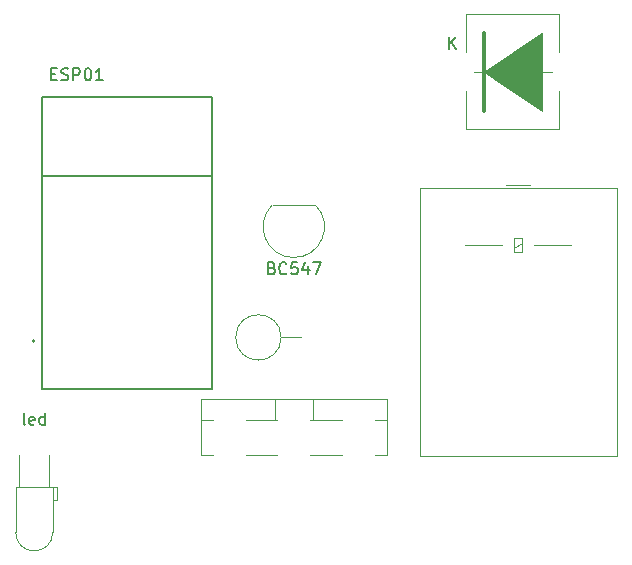
<source format=gbr>
%TF.GenerationSoftware,KiCad,Pcbnew,8.0.1*%
%TF.CreationDate,2024-09-13T19:12:22+01:00*%
%TF.ProjectId,switch,73776974-6368-42e6-9b69-6361645f7063,rev?*%
%TF.SameCoordinates,Original*%
%TF.FileFunction,Legend,Top*%
%TF.FilePolarity,Positive*%
%FSLAX46Y46*%
G04 Gerber Fmt 4.6, Leading zero omitted, Abs format (unit mm)*
G04 Created by KiCad (PCBNEW 8.0.1) date 2024-09-13 19:12:22*
%MOMM*%
%LPD*%
G01*
G04 APERTURE LIST*
%ADD10C,0.150000*%
%ADD11C,0.120000*%
%ADD12C,0.300000*%
%ADD13C,0.100000*%
%ADD14C,0.127000*%
%ADD15C,0.200000*%
G04 APERTURE END LIST*
D10*
X125258095Y-100894819D02*
X125162857Y-100847200D01*
X125162857Y-100847200D02*
X125115238Y-100751961D01*
X125115238Y-100751961D02*
X125115238Y-99894819D01*
X126020000Y-100847200D02*
X125924762Y-100894819D01*
X125924762Y-100894819D02*
X125734286Y-100894819D01*
X125734286Y-100894819D02*
X125639048Y-100847200D01*
X125639048Y-100847200D02*
X125591429Y-100751961D01*
X125591429Y-100751961D02*
X125591429Y-100371009D01*
X125591429Y-100371009D02*
X125639048Y-100275771D01*
X125639048Y-100275771D02*
X125734286Y-100228152D01*
X125734286Y-100228152D02*
X125924762Y-100228152D01*
X125924762Y-100228152D02*
X126020000Y-100275771D01*
X126020000Y-100275771D02*
X126067619Y-100371009D01*
X126067619Y-100371009D02*
X126067619Y-100466247D01*
X126067619Y-100466247D02*
X125591429Y-100561485D01*
X126924762Y-100894819D02*
X126924762Y-99894819D01*
X126924762Y-100847200D02*
X126829524Y-100894819D01*
X126829524Y-100894819D02*
X126639048Y-100894819D01*
X126639048Y-100894819D02*
X126543810Y-100847200D01*
X126543810Y-100847200D02*
X126496191Y-100799580D01*
X126496191Y-100799580D02*
X126448572Y-100704342D01*
X126448572Y-100704342D02*
X126448572Y-100418628D01*
X126448572Y-100418628D02*
X126496191Y-100323390D01*
X126496191Y-100323390D02*
X126543810Y-100275771D01*
X126543810Y-100275771D02*
X126639048Y-100228152D01*
X126639048Y-100228152D02*
X126829524Y-100228152D01*
X126829524Y-100228152D02*
X126924762Y-100275771D01*
X161158095Y-69054819D02*
X161158095Y-68054819D01*
X161729523Y-69054819D02*
X161300952Y-68483390D01*
X161729523Y-68054819D02*
X161158095Y-68626247D01*
X146142857Y-87631009D02*
X146285714Y-87678628D01*
X146285714Y-87678628D02*
X146333333Y-87726247D01*
X146333333Y-87726247D02*
X146380952Y-87821485D01*
X146380952Y-87821485D02*
X146380952Y-87964342D01*
X146380952Y-87964342D02*
X146333333Y-88059580D01*
X146333333Y-88059580D02*
X146285714Y-88107200D01*
X146285714Y-88107200D02*
X146190476Y-88154819D01*
X146190476Y-88154819D02*
X145809524Y-88154819D01*
X145809524Y-88154819D02*
X145809524Y-87154819D01*
X145809524Y-87154819D02*
X146142857Y-87154819D01*
X146142857Y-87154819D02*
X146238095Y-87202438D01*
X146238095Y-87202438D02*
X146285714Y-87250057D01*
X146285714Y-87250057D02*
X146333333Y-87345295D01*
X146333333Y-87345295D02*
X146333333Y-87440533D01*
X146333333Y-87440533D02*
X146285714Y-87535771D01*
X146285714Y-87535771D02*
X146238095Y-87583390D01*
X146238095Y-87583390D02*
X146142857Y-87631009D01*
X146142857Y-87631009D02*
X145809524Y-87631009D01*
X147380952Y-88059580D02*
X147333333Y-88107200D01*
X147333333Y-88107200D02*
X147190476Y-88154819D01*
X147190476Y-88154819D02*
X147095238Y-88154819D01*
X147095238Y-88154819D02*
X146952381Y-88107200D01*
X146952381Y-88107200D02*
X146857143Y-88011961D01*
X146857143Y-88011961D02*
X146809524Y-87916723D01*
X146809524Y-87916723D02*
X146761905Y-87726247D01*
X146761905Y-87726247D02*
X146761905Y-87583390D01*
X146761905Y-87583390D02*
X146809524Y-87392914D01*
X146809524Y-87392914D02*
X146857143Y-87297676D01*
X146857143Y-87297676D02*
X146952381Y-87202438D01*
X146952381Y-87202438D02*
X147095238Y-87154819D01*
X147095238Y-87154819D02*
X147190476Y-87154819D01*
X147190476Y-87154819D02*
X147333333Y-87202438D01*
X147333333Y-87202438D02*
X147380952Y-87250057D01*
X148285714Y-87154819D02*
X147809524Y-87154819D01*
X147809524Y-87154819D02*
X147761905Y-87631009D01*
X147761905Y-87631009D02*
X147809524Y-87583390D01*
X147809524Y-87583390D02*
X147904762Y-87535771D01*
X147904762Y-87535771D02*
X148142857Y-87535771D01*
X148142857Y-87535771D02*
X148238095Y-87583390D01*
X148238095Y-87583390D02*
X148285714Y-87631009D01*
X148285714Y-87631009D02*
X148333333Y-87726247D01*
X148333333Y-87726247D02*
X148333333Y-87964342D01*
X148333333Y-87964342D02*
X148285714Y-88059580D01*
X148285714Y-88059580D02*
X148238095Y-88107200D01*
X148238095Y-88107200D02*
X148142857Y-88154819D01*
X148142857Y-88154819D02*
X147904762Y-88154819D01*
X147904762Y-88154819D02*
X147809524Y-88107200D01*
X147809524Y-88107200D02*
X147761905Y-88059580D01*
X149190476Y-87488152D02*
X149190476Y-88154819D01*
X148952381Y-87107200D02*
X148714286Y-87821485D01*
X148714286Y-87821485D02*
X149333333Y-87821485D01*
X149619048Y-87154819D02*
X150285714Y-87154819D01*
X150285714Y-87154819D02*
X149857143Y-88154819D01*
X127472143Y-71196009D02*
X127805476Y-71196009D01*
X127948333Y-71719819D02*
X127472143Y-71719819D01*
X127472143Y-71719819D02*
X127472143Y-70719819D01*
X127472143Y-70719819D02*
X127948333Y-70719819D01*
X128329286Y-71672200D02*
X128472143Y-71719819D01*
X128472143Y-71719819D02*
X128710238Y-71719819D01*
X128710238Y-71719819D02*
X128805476Y-71672200D01*
X128805476Y-71672200D02*
X128853095Y-71624580D01*
X128853095Y-71624580D02*
X128900714Y-71529342D01*
X128900714Y-71529342D02*
X128900714Y-71434104D01*
X128900714Y-71434104D02*
X128853095Y-71338866D01*
X128853095Y-71338866D02*
X128805476Y-71291247D01*
X128805476Y-71291247D02*
X128710238Y-71243628D01*
X128710238Y-71243628D02*
X128519762Y-71196009D01*
X128519762Y-71196009D02*
X128424524Y-71148390D01*
X128424524Y-71148390D02*
X128376905Y-71100771D01*
X128376905Y-71100771D02*
X128329286Y-71005533D01*
X128329286Y-71005533D02*
X128329286Y-70910295D01*
X128329286Y-70910295D02*
X128376905Y-70815057D01*
X128376905Y-70815057D02*
X128424524Y-70767438D01*
X128424524Y-70767438D02*
X128519762Y-70719819D01*
X128519762Y-70719819D02*
X128757857Y-70719819D01*
X128757857Y-70719819D02*
X128900714Y-70767438D01*
X129329286Y-71719819D02*
X129329286Y-70719819D01*
X129329286Y-70719819D02*
X129710238Y-70719819D01*
X129710238Y-70719819D02*
X129805476Y-70767438D01*
X129805476Y-70767438D02*
X129853095Y-70815057D01*
X129853095Y-70815057D02*
X129900714Y-70910295D01*
X129900714Y-70910295D02*
X129900714Y-71053152D01*
X129900714Y-71053152D02*
X129853095Y-71148390D01*
X129853095Y-71148390D02*
X129805476Y-71196009D01*
X129805476Y-71196009D02*
X129710238Y-71243628D01*
X129710238Y-71243628D02*
X129329286Y-71243628D01*
X130519762Y-70719819D02*
X130615000Y-70719819D01*
X130615000Y-70719819D02*
X130710238Y-70767438D01*
X130710238Y-70767438D02*
X130757857Y-70815057D01*
X130757857Y-70815057D02*
X130805476Y-70910295D01*
X130805476Y-70910295D02*
X130853095Y-71100771D01*
X130853095Y-71100771D02*
X130853095Y-71338866D01*
X130853095Y-71338866D02*
X130805476Y-71529342D01*
X130805476Y-71529342D02*
X130757857Y-71624580D01*
X130757857Y-71624580D02*
X130710238Y-71672200D01*
X130710238Y-71672200D02*
X130615000Y-71719819D01*
X130615000Y-71719819D02*
X130519762Y-71719819D01*
X130519762Y-71719819D02*
X130424524Y-71672200D01*
X130424524Y-71672200D02*
X130376905Y-71624580D01*
X130376905Y-71624580D02*
X130329286Y-71529342D01*
X130329286Y-71529342D02*
X130281667Y-71338866D01*
X130281667Y-71338866D02*
X130281667Y-71100771D01*
X130281667Y-71100771D02*
X130329286Y-70910295D01*
X130329286Y-70910295D02*
X130376905Y-70815057D01*
X130376905Y-70815057D02*
X130424524Y-70767438D01*
X130424524Y-70767438D02*
X130519762Y-70719819D01*
X131805476Y-71719819D02*
X131234048Y-71719819D01*
X131519762Y-71719819D02*
X131519762Y-70719819D01*
X131519762Y-70719819D02*
X131424524Y-70862676D01*
X131424524Y-70862676D02*
X131329286Y-70957914D01*
X131329286Y-70957914D02*
X131234048Y-71005533D01*
D11*
%TO.C,REF\u002A\u002A*%
X158650000Y-80850000D02*
X158650000Y-103550000D01*
X158650000Y-103550000D02*
X175350000Y-103550000D01*
X162500000Y-85700000D02*
X165650000Y-85700000D01*
X166000000Y-80590000D02*
X168000000Y-80590000D01*
X166650000Y-85100000D02*
X166650000Y-86300000D01*
X166650000Y-85900000D02*
X167350000Y-85500000D01*
X166650000Y-86300000D02*
X167350000Y-86300000D01*
X167350000Y-85100000D02*
X166650000Y-85100000D01*
X167350000Y-86300000D02*
X167350000Y-85100000D01*
X168350000Y-85700000D02*
X171500000Y-85700000D01*
X175350000Y-80850000D02*
X158650000Y-80850000D01*
X175350000Y-103550000D02*
X175350000Y-80850000D01*
X140130000Y-98755000D02*
X140130000Y-103495000D01*
X140130000Y-98755000D02*
X155870000Y-98755000D01*
X140130000Y-100495000D02*
X141150000Y-100495000D01*
X140130000Y-103495000D02*
X141150000Y-103495000D01*
X143950000Y-100495000D02*
X146601000Y-100495000D01*
X143950000Y-103495000D02*
X146601000Y-103495000D01*
X146400000Y-98755000D02*
X146400000Y-100495000D01*
X149400000Y-100495000D02*
X152050000Y-100495000D01*
X149400000Y-103495000D02*
X152050000Y-103495000D01*
X149601000Y-98755000D02*
X149601000Y-100495000D01*
X154850000Y-100495000D02*
X155870000Y-100495000D01*
X154850000Y-103495000D02*
X155870000Y-103495000D01*
X155870000Y-98755000D02*
X155870000Y-103495000D01*
%TO.C,led*%
X124460000Y-106150000D02*
X124460000Y-110010000D01*
X124460000Y-106150000D02*
X127580000Y-106150000D01*
X124750000Y-103480000D02*
X124750000Y-103480000D01*
X124750000Y-103480000D02*
X124750000Y-106150000D01*
X124750000Y-106150000D02*
X124750000Y-103480000D01*
X124750000Y-106150000D02*
X124750000Y-106150000D01*
X127290000Y-103480000D02*
X127290000Y-103480000D01*
X127290000Y-103480000D02*
X127290000Y-106150000D01*
X127290000Y-106150000D02*
X127290000Y-103480000D01*
X127290000Y-106150000D02*
X127290000Y-106150000D01*
X127580000Y-106150000D02*
X127580000Y-110010000D01*
X127580000Y-106150000D02*
X127980000Y-106150000D01*
X127580000Y-107270000D02*
X127580000Y-106150000D01*
X127980000Y-106150000D02*
X127980000Y-107270000D01*
X127980000Y-107270000D02*
X127580000Y-107270000D01*
X127580000Y-110010000D02*
G75*
G02*
X124460000Y-110010000I-1560000J0D01*
G01*
%TO.C,REF\u002A\u002A*%
X162570000Y-66115000D02*
X170430000Y-66115000D01*
X162570000Y-69360000D02*
X162570000Y-66115000D01*
X162570000Y-72640000D02*
X162570000Y-75885000D01*
X162570000Y-75885000D02*
X170430000Y-75885000D01*
X163220000Y-71000000D02*
X164214000Y-71000000D01*
D12*
X164087000Y-67698000D02*
X164087000Y-74302000D01*
D11*
X169820000Y-71000000D02*
X169020000Y-71000000D01*
X170430000Y-66115000D02*
X170430000Y-69360000D01*
X170430000Y-75885000D02*
X170430000Y-72640000D01*
D13*
X169040000Y-74302000D02*
X164087000Y-71000000D01*
X169040000Y-67698000D01*
X169040000Y-74302000D01*
G36*
X169040000Y-74302000D02*
G01*
X164087000Y-71000000D01*
X169040000Y-67698000D01*
X169040000Y-74302000D01*
G37*
D11*
X146920000Y-93500000D02*
X148580000Y-93500000D01*
X146920000Y-93500000D02*
G75*
G02*
X143080000Y-93500000I-1920000J0D01*
G01*
X143080000Y-93500000D02*
G75*
G02*
X146920000Y-93500000I1920000J0D01*
G01*
%TO.C,BC547*%
X149800000Y-82290000D02*
X146200000Y-82290000D01*
X148000000Y-86740000D02*
G75*
G02*
X146161522Y-82301522I0J2600000D01*
G01*
X149838478Y-82301522D02*
G75*
G02*
X148000000Y-86740000I-1838478J-1838478D01*
G01*
D14*
%TO.C,ESP01*%
X126690000Y-73150000D02*
X141090000Y-73150000D01*
X126690000Y-79850000D02*
X126690000Y-73150000D01*
X126690000Y-97850000D02*
X126690000Y-79850000D01*
X141090000Y-73150000D02*
X141090000Y-79850000D01*
X141090000Y-79850000D02*
X126690000Y-79850000D01*
X141090000Y-79850000D02*
X141090000Y-97850000D01*
X141090000Y-97850000D02*
X126690000Y-97850000D01*
D15*
X126040000Y-93810000D02*
G75*
G02*
X125840000Y-93810000I-100000J0D01*
G01*
X125840000Y-93810000D02*
G75*
G02*
X126040000Y-93810000I100000J0D01*
G01*
%TD*%
M02*

</source>
